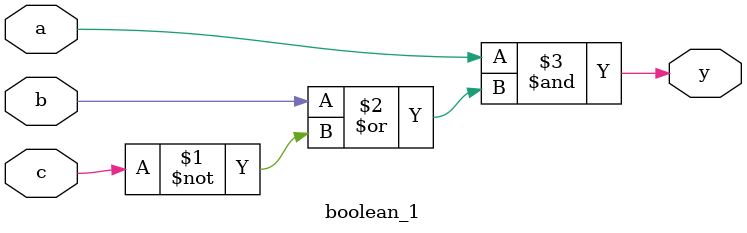
<source format=v>
`timescale 1ns / 1ps

module boolean_1(

    input a, b, c,
    output y

    );
    
    assign y = a & (b | (~c));
endmodule

</source>
